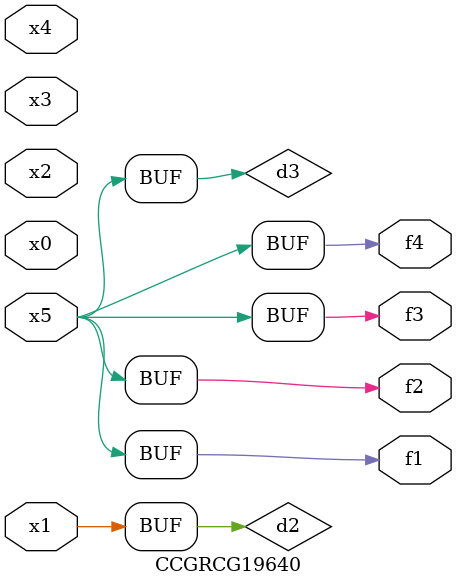
<source format=v>
module CCGRCG19640(
	input x0, x1, x2, x3, x4, x5,
	output f1, f2, f3, f4
);

	wire d1, d2, d3;

	not (d1, x5);
	or (d2, x1);
	xnor (d3, d1);
	assign f1 = d3;
	assign f2 = d3;
	assign f3 = d3;
	assign f4 = d3;
endmodule

</source>
